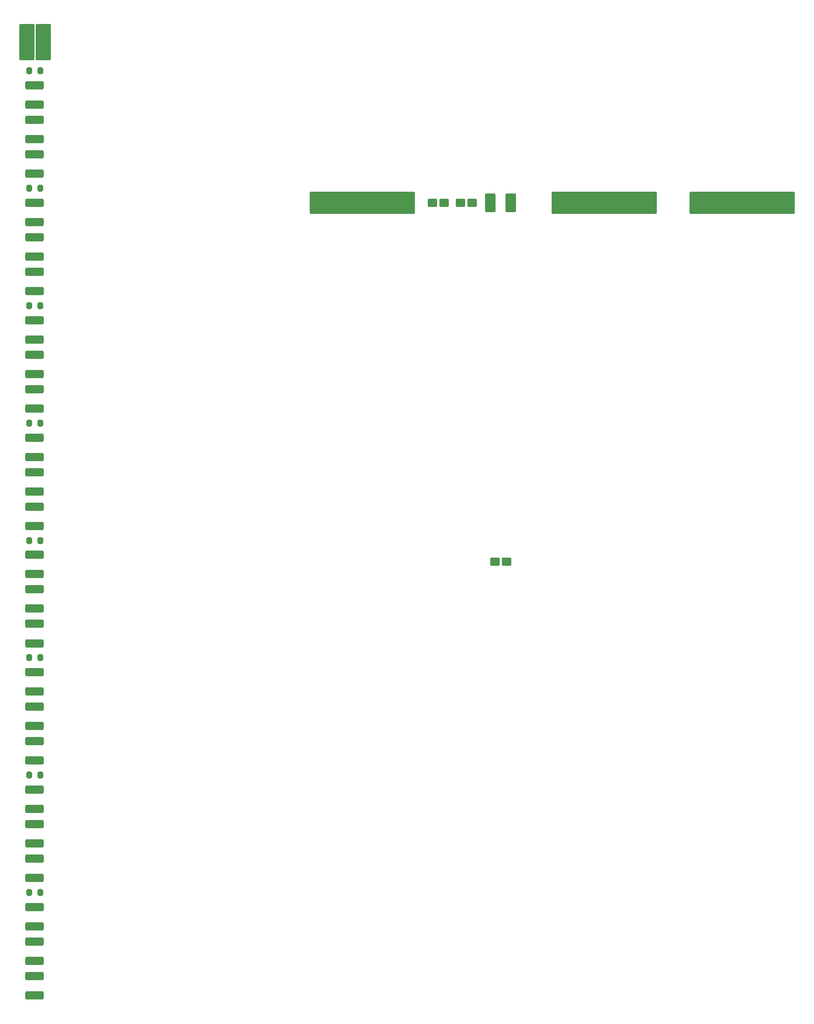
<source format=gbr>
%TF.GenerationSoftware,KiCad,Pcbnew,9.0.4*%
%TF.CreationDate,2025-09-03T20:12:05-03:00*%
%TF.ProjectId,Buildplate_v1.0,4275696c-6470-46c6-9174-655f76312e30,rev?*%
%TF.SameCoordinates,Original*%
%TF.FileFunction,Soldermask,Top*%
%TF.FilePolarity,Negative*%
%FSLAX46Y46*%
G04 Gerber Fmt 4.6, Leading zero omitted, Abs format (unit mm)*
G04 Created by KiCad (PCBNEW 9.0.4) date 2025-09-03 20:12:05*
%MOMM*%
%LPD*%
G01*
G04 APERTURE LIST*
G04 Aperture macros list*
%AMRoundRect*
0 Rectangle with rounded corners*
0 $1 Rounding radius*
0 $2 $3 $4 $5 $6 $7 $8 $9 X,Y pos of 4 corners*
0 Add a 4 corners polygon primitive as box body*
4,1,4,$2,$3,$4,$5,$6,$7,$8,$9,$2,$3,0*
0 Add four circle primitives for the rounded corners*
1,1,$1+$1,$2,$3*
1,1,$1+$1,$4,$5*
1,1,$1+$1,$6,$7*
1,1,$1+$1,$8,$9*
0 Add four rect primitives between the rounded corners*
20,1,$1+$1,$2,$3,$4,$5,0*
20,1,$1+$1,$4,$5,$6,$7,0*
20,1,$1+$1,$6,$7,$8,$9,0*
20,1,$1+$1,$8,$9,$2,$3,0*%
G04 Aperture macros list end*
%ADD10RoundRect,0.101600X-7.500000X-1.500000X7.500000X-1.500000X7.500000X1.500000X-7.500000X1.500000X0*%
%ADD11RoundRect,0.250000X1.075000X-0.375000X1.075000X0.375000X-1.075000X0.375000X-1.075000X-0.375000X0*%
%ADD12RoundRect,0.200000X-0.200000X-0.275000X0.200000X-0.275000X0.200000X0.275000X-0.200000X0.275000X0*%
%ADD13RoundRect,0.101600X-0.550000X-0.500000X0.550000X-0.500000X0.550000X0.500000X-0.550000X0.500000X0*%
%ADD14RoundRect,0.101600X1.000000X2.500000X-1.000000X2.500000X-1.000000X-2.500000X1.000000X-2.500000X0*%
%ADD15RoundRect,0.101600X-1.000000X-2.500000X1.000000X-2.500000X1.000000X2.500000X-1.000000X2.500000X0*%
%ADD16RoundRect,0.101600X-0.635000X-1.270000X0.635000X-1.270000X0.635000X1.270000X-0.635000X1.270000X0*%
G04 APERTURE END LIST*
D10*
%TO.C,UNK1*%
X-20000000Y56000000D03*
%TD*%
D11*
%TO.C,REF\u002A\u002A*%
X-67500000Y19200000D03*
X-67500000Y22000000D03*
%TD*%
D12*
%TO.C,REF\u002A\u002A*%
X-68325000Y41100000D03*
X-66675000Y41100000D03*
%TD*%
D11*
%TO.C,REF\u002A\u002A*%
X-67500000Y48200000D03*
X-67500000Y51000000D03*
%TD*%
%TO.C,REF\u002A\u002A*%
X-67500000Y-58800000D03*
X-67500000Y-56000000D03*
%TD*%
D13*
%TO.C,R_LED1*%
X-9850000Y56000000D03*
X-8150000Y56000000D03*
%TD*%
D11*
%TO.C,REF\u002A\u002A*%
X-67500000Y-7800000D03*
X-67500000Y-5000000D03*
%TD*%
D13*
%TO.C,LED1*%
X-5850000Y56000000D03*
X-4150000Y56000000D03*
%TD*%
D11*
%TO.C,REF\u002A\u002A*%
X-67500000Y-36800000D03*
X-67500000Y-34000000D03*
%TD*%
%TO.C,REF\u002A\u002A*%
X-67500000Y9200000D03*
X-67500000Y12000000D03*
%TD*%
%TO.C,REF\u002A\u002A*%
X-67500000Y-2800000D03*
X-67500000Y0D03*
%TD*%
%TO.C,REF\u002A\u002A*%
X-67500000Y2200000D03*
X-67500000Y5000000D03*
%TD*%
D12*
%TO.C,REF\u002A\u002A*%
X-68325000Y-26900000D03*
X-66675000Y-26900000D03*
%TD*%
D14*
%TO.C,UNK1*%
X-66250000Y79250000D03*
%TD*%
D12*
%TO.C,REF\u002A\u002A*%
X-68325000Y58100000D03*
X-66675000Y58100000D03*
%TD*%
D10*
%TO.C,UNK2*%
X15000000Y56000000D03*
%TD*%
D12*
%TO.C,REF\u002A\u002A*%
X-68325000Y-43900000D03*
X-66675000Y-43900000D03*
%TD*%
D11*
%TO.C,REF\u002A\u002A*%
X-67500000Y-53800000D03*
X-67500000Y-51000000D03*
%TD*%
D12*
%TO.C,REF\u002A\u002A*%
X-68325000Y-9900000D03*
X-66675000Y-9900000D03*
%TD*%
D11*
%TO.C,REF\u002A\u002A*%
X-67500000Y65200000D03*
X-67500000Y68000000D03*
%TD*%
%TO.C,REF\u002A\u002A*%
X-67500000Y-48800000D03*
X-67500000Y-46000000D03*
%TD*%
D15*
%TO.C,UNK1*%
X-68625000Y79250000D03*
%TD*%
D11*
%TO.C,REF\u002A\u002A*%
X-67500000Y60200000D03*
X-67500000Y63000000D03*
%TD*%
%TO.C,REF\u002A\u002A*%
X-67500000Y14200000D03*
X-67500000Y17000000D03*
%TD*%
D16*
%TO.C,U$5*%
X1500000Y56000000D03*
%TD*%
D13*
%TO.C,NTC*%
X-850000Y4000000D03*
X850000Y4000000D03*
%TD*%
D12*
%TO.C,REF\u002A\u002A*%
X-68325000Y75100000D03*
X-66675000Y75100000D03*
%TD*%
%TO.C,REF\u002A\u002A*%
X-68325000Y24100000D03*
X-66675000Y24100000D03*
%TD*%
D11*
%TO.C,REF\u002A\u002A*%
X-67500000Y53200000D03*
X-67500000Y56000000D03*
%TD*%
D16*
%TO.C,U$4*%
X-1500000Y56000000D03*
%TD*%
D11*
%TO.C,REF\u002A\u002A*%
X-67500000Y26200000D03*
X-67500000Y29000000D03*
%TD*%
%TO.C,REF\u002A\u002A*%
X-67500000Y70200000D03*
X-67500000Y73000000D03*
%TD*%
D10*
%TO.C,UNK3*%
X35000000Y56000000D03*
%TD*%
D12*
%TO.C,REF\u002A\u002A*%
X-68325000Y7100000D03*
X-66675000Y7100000D03*
%TD*%
D11*
%TO.C,REF\u002A\u002A*%
X-67500000Y-41800000D03*
X-67500000Y-39000000D03*
%TD*%
%TO.C,REF\u002A\u002A*%
X-67500000Y-14800000D03*
X-67500000Y-12000000D03*
%TD*%
%TO.C,REF\u002A\u002A*%
X-67500000Y36200000D03*
X-67500000Y39000000D03*
%TD*%
%TO.C,REF\u002A\u002A*%
X-67500000Y31200000D03*
X-67500000Y34000000D03*
%TD*%
%TO.C,REF\u002A\u002A*%
X-67500000Y-31800000D03*
X-67500000Y-29000000D03*
%TD*%
%TO.C,REF\u002A\u002A*%
X-67500000Y-24800000D03*
X-67500000Y-22000000D03*
%TD*%
%TO.C,REF\u002A\u002A*%
X-67500000Y43200000D03*
X-67500000Y46000000D03*
%TD*%
%TO.C,REF\u002A\u002A*%
X-67500000Y-19800000D03*
X-67500000Y-17000000D03*
%TD*%
M02*

</source>
